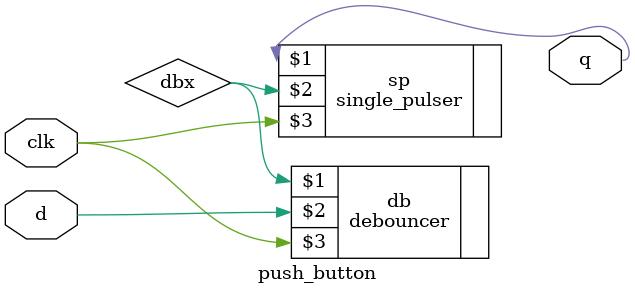
<source format=v>
`timescale 1ns / 1ps

module push_button #(
    parameter DEBOUNCE_TIME = 32'd2_500_000
) (
    output wire q,
    input wire d,
    input wire clk
);
    
    wire dbx;
    debouncer #(.DEBOUNCE_TIME(DEBOUNCE_TIME)) db(dbx, d, clk);
    single_pulser sp(q, dbx, clk);

endmodule

</source>
